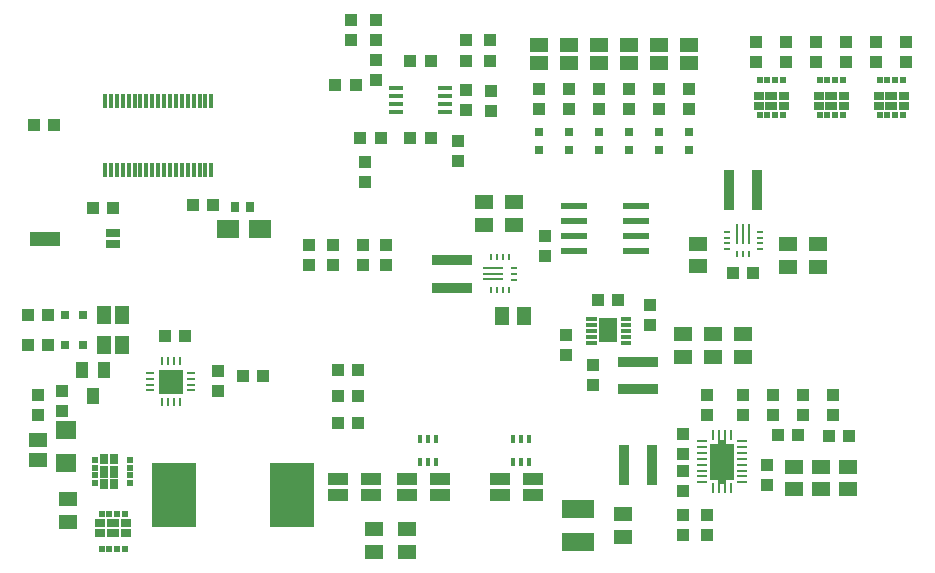
<source format=gtp>
G75*
%MOIN*%
%OFA0B0*%
%FSLAX25Y25*%
%IPPOS*%
%LPD*%
%AMOC8*
5,1,8,0,0,1.08239X$1,22.5*
%
%ADD10R,0.01181X0.04724*%
%ADD11R,0.08661X0.02362*%
%ADD12R,0.01100X0.03100*%
%ADD13R,0.03100X0.01100*%
%ADD14R,0.08400X0.08400*%
%ADD15R,0.07000X0.00900*%
%ADD16R,0.00900X0.02400*%
%ADD17R,0.02400X0.00900*%
%ADD18R,0.05118X0.05906*%
%ADD19R,0.05906X0.05118*%
%ADD20R,0.04331X0.03937*%
%ADD21R,0.06299X0.08465*%
%ADD22C,0.00011*%
%ADD23R,0.13200X0.03800*%
%ADD24R,0.03937X0.04331*%
%ADD25R,0.03150X0.03150*%
%ADD26R,0.06300X0.04600*%
%ADD27R,0.00900X0.07000*%
%ADD28R,0.03800X0.13200*%
%ADD29R,0.04724X0.01181*%
%ADD30R,0.01181X0.02953*%
%ADD31R,0.06800X0.04330*%
%ADD32R,0.07677X0.05906*%
%ADD33R,0.02756X0.03543*%
%ADD34R,0.05000X0.02500*%
%ADD35R,0.10000X0.05000*%
%ADD36R,0.01102X0.03346*%
%ADD37R,0.03346X0.01102*%
%ADD38R,0.08071X0.12008*%
%ADD39R,0.00906X0.04528*%
%ADD40R,0.03071X0.15157*%
%ADD41R,0.15157X0.21654*%
%ADD42R,0.02200X0.02000*%
%ADD43R,0.03000X0.03500*%
%ADD44R,0.03000X0.04000*%
%ADD45R,0.02000X0.02200*%
%ADD46R,0.03500X0.03000*%
%ADD47R,0.04000X0.03000*%
%ADD48R,0.04600X0.06300*%
%ADD49R,0.10630X0.06299*%
%ADD50R,0.03937X0.05512*%
%ADD51R,0.07098X0.06299*%
D10*
X0059386Y0151069D03*
X0061355Y0151069D03*
X0063323Y0151069D03*
X0065292Y0151069D03*
X0067260Y0151069D03*
X0069229Y0151069D03*
X0071197Y0151069D03*
X0073166Y0151069D03*
X0075134Y0151069D03*
X0077103Y0151069D03*
X0079071Y0151069D03*
X0081040Y0151069D03*
X0083008Y0151069D03*
X0084977Y0151069D03*
X0086945Y0151069D03*
X0088914Y0151069D03*
X0090882Y0151069D03*
X0092851Y0151069D03*
X0094819Y0151069D03*
X0094819Y0173904D03*
X0092851Y0173904D03*
X0090882Y0173904D03*
X0088914Y0173904D03*
X0086945Y0173904D03*
X0084977Y0173904D03*
X0083008Y0173904D03*
X0081040Y0173904D03*
X0079071Y0173904D03*
X0077103Y0173904D03*
X0075134Y0173904D03*
X0073166Y0173904D03*
X0071197Y0173904D03*
X0069229Y0173904D03*
X0067260Y0173904D03*
X0065292Y0173904D03*
X0063323Y0173904D03*
X0061355Y0173904D03*
X0059386Y0173904D03*
D11*
X0215764Y0138806D03*
X0215764Y0133806D03*
X0215764Y0128806D03*
X0215764Y0123806D03*
X0236237Y0123806D03*
X0236237Y0128806D03*
X0236237Y0133806D03*
X0236237Y0138806D03*
D12*
X0084229Y0087329D03*
X0082260Y0087329D03*
X0080292Y0087329D03*
X0078323Y0087329D03*
X0078323Y0073550D03*
X0080292Y0073550D03*
X0082260Y0073550D03*
X0084229Y0073550D03*
D13*
X0088166Y0077486D03*
X0088166Y0079455D03*
X0088166Y0081424D03*
X0088166Y0083393D03*
X0074386Y0083393D03*
X0074386Y0081424D03*
X0074386Y0079455D03*
X0074386Y0077486D03*
D14*
X0081276Y0080439D03*
D15*
X0188855Y0114495D03*
X0188855Y0116424D03*
X0188855Y0118353D03*
D16*
X0188087Y0121935D03*
X0190056Y0121935D03*
X0192024Y0121935D03*
X0193993Y0121935D03*
X0193993Y0110912D03*
X0192024Y0110912D03*
X0190056Y0110912D03*
X0188087Y0110912D03*
X0270134Y0122959D03*
X0272103Y0122959D03*
X0274071Y0122959D03*
D17*
X0277615Y0124534D03*
X0277615Y0126502D03*
X0277615Y0128471D03*
X0277615Y0130439D03*
X0266591Y0130439D03*
X0266591Y0128471D03*
X0266591Y0126502D03*
X0266591Y0124534D03*
X0195567Y0118392D03*
X0195567Y0116424D03*
X0195567Y0114455D03*
D18*
X0199150Y0102408D03*
X0191670Y0102408D03*
D19*
X0047103Y0033746D03*
X0047103Y0041227D03*
X0037103Y0054140D03*
X0037103Y0060833D03*
X0148914Y0031227D03*
X0159977Y0031227D03*
X0159977Y0023746D03*
X0148914Y0023746D03*
X0232103Y0028746D03*
X0232103Y0036227D03*
X0289150Y0044652D03*
X0298166Y0044652D03*
X0307182Y0044652D03*
X0307182Y0052132D03*
X0298166Y0052132D03*
X0289150Y0052132D03*
X0272103Y0088746D03*
X0272103Y0096227D03*
X0262103Y0096227D03*
X0262103Y0088746D03*
X0252103Y0088746D03*
X0252103Y0096227D03*
X0287103Y0118746D03*
X0297103Y0118746D03*
X0297103Y0126227D03*
X0287103Y0126227D03*
X0257103Y0126463D03*
X0257103Y0118983D03*
X0195567Y0132762D03*
X0185646Y0132762D03*
X0185646Y0140243D03*
X0195567Y0140243D03*
D20*
X0205922Y0128904D03*
X0205922Y0122211D03*
X0223756Y0107487D03*
X0230449Y0107487D03*
X0241119Y0105912D03*
X0241119Y0099219D03*
X0213166Y0096109D03*
X0213166Y0089416D03*
X0252103Y0062880D03*
X0252103Y0056187D03*
X0272103Y0069140D03*
X0272103Y0075833D03*
X0302103Y0075833D03*
X0302103Y0069140D03*
X0177040Y0153825D03*
X0177040Y0160518D03*
X0188083Y0170558D03*
X0179540Y0170951D03*
X0179540Y0177644D03*
X0188083Y0177250D03*
X0179540Y0187451D03*
X0179540Y0194144D03*
X0167886Y0187298D03*
X0161193Y0187298D03*
X0149540Y0187644D03*
X0149540Y0194180D03*
X0149540Y0200872D03*
X0149540Y0180951D03*
X0145882Y0153628D03*
X0145882Y0146935D03*
X0153087Y0126069D03*
X0153087Y0119376D03*
X0127497Y0119376D03*
X0127497Y0126069D03*
X0095410Y0139471D03*
X0088717Y0139471D03*
X0061945Y0138471D03*
X0055252Y0138471D03*
X0079308Y0095518D03*
X0086000Y0095518D03*
X0136945Y0066621D03*
X0143638Y0066621D03*
X0204150Y0171266D03*
X0204150Y0177959D03*
X0214150Y0177959D03*
X0214150Y0171266D03*
X0224150Y0171266D03*
X0224150Y0177959D03*
X0234150Y0177959D03*
X0234150Y0171266D03*
X0244150Y0171266D03*
X0254150Y0171266D03*
X0254150Y0177959D03*
X0244150Y0177959D03*
X0276473Y0186817D03*
X0276473Y0193510D03*
X0286473Y0193510D03*
X0286473Y0186817D03*
X0296473Y0186817D03*
X0296473Y0193510D03*
X0306473Y0193510D03*
X0306473Y0186817D03*
X0316473Y0186817D03*
X0316473Y0193510D03*
X0326473Y0193510D03*
X0326473Y0186817D03*
D21*
X0227103Y0097487D03*
D22*
X0231242Y0098033D02*
X0234480Y0098033D01*
X0234480Y0096941D01*
X0231242Y0096941D01*
X0231242Y0098033D01*
X0231242Y0096951D02*
X0234480Y0096951D01*
X0234480Y0096961D02*
X0231242Y0096961D01*
X0231242Y0096971D02*
X0234480Y0096971D01*
X0234480Y0096981D02*
X0231242Y0096981D01*
X0231242Y0096991D02*
X0234480Y0096991D01*
X0234480Y0097001D02*
X0231242Y0097001D01*
X0231242Y0097011D02*
X0234480Y0097011D01*
X0234480Y0097021D02*
X0231242Y0097021D01*
X0231242Y0097031D02*
X0234480Y0097031D01*
X0234480Y0097041D02*
X0231242Y0097041D01*
X0231242Y0097051D02*
X0234480Y0097051D01*
X0234480Y0097061D02*
X0231242Y0097061D01*
X0231242Y0097071D02*
X0234480Y0097071D01*
X0234480Y0097081D02*
X0231242Y0097081D01*
X0231242Y0097091D02*
X0234480Y0097091D01*
X0234480Y0097101D02*
X0231242Y0097101D01*
X0231242Y0097111D02*
X0234480Y0097111D01*
X0234480Y0097121D02*
X0231242Y0097121D01*
X0231242Y0097131D02*
X0234480Y0097131D01*
X0234480Y0097141D02*
X0231242Y0097141D01*
X0231242Y0097151D02*
X0234480Y0097151D01*
X0234480Y0097161D02*
X0231242Y0097161D01*
X0231242Y0097171D02*
X0234480Y0097171D01*
X0234480Y0097181D02*
X0231242Y0097181D01*
X0231242Y0097191D02*
X0234480Y0097191D01*
X0234480Y0097201D02*
X0231242Y0097201D01*
X0231242Y0097211D02*
X0234480Y0097211D01*
X0234480Y0097221D02*
X0231242Y0097221D01*
X0231242Y0097231D02*
X0234480Y0097231D01*
X0234480Y0097241D02*
X0231242Y0097241D01*
X0231242Y0097251D02*
X0234480Y0097251D01*
X0234480Y0097261D02*
X0231242Y0097261D01*
X0231242Y0097271D02*
X0234480Y0097271D01*
X0234480Y0097281D02*
X0231242Y0097281D01*
X0231242Y0097291D02*
X0234480Y0097291D01*
X0234480Y0097301D02*
X0231242Y0097301D01*
X0231242Y0097311D02*
X0234480Y0097311D01*
X0234480Y0097321D02*
X0231242Y0097321D01*
X0231242Y0097331D02*
X0234480Y0097331D01*
X0234480Y0097341D02*
X0231242Y0097341D01*
X0231242Y0097351D02*
X0234480Y0097351D01*
X0234480Y0097361D02*
X0231242Y0097361D01*
X0231242Y0097371D02*
X0234480Y0097371D01*
X0234480Y0097381D02*
X0231242Y0097381D01*
X0231242Y0097391D02*
X0234480Y0097391D01*
X0234480Y0097401D02*
X0231242Y0097401D01*
X0231242Y0097411D02*
X0234480Y0097411D01*
X0234480Y0097421D02*
X0231242Y0097421D01*
X0231242Y0097431D02*
X0234480Y0097431D01*
X0234480Y0097441D02*
X0231242Y0097441D01*
X0231242Y0097451D02*
X0234480Y0097451D01*
X0234480Y0097461D02*
X0231242Y0097461D01*
X0231242Y0097471D02*
X0234480Y0097471D01*
X0234480Y0097481D02*
X0231242Y0097481D01*
X0231242Y0097491D02*
X0234480Y0097491D01*
X0234480Y0097501D02*
X0231242Y0097501D01*
X0231242Y0097511D02*
X0234480Y0097511D01*
X0234480Y0097521D02*
X0231242Y0097521D01*
X0231242Y0097531D02*
X0234480Y0097531D01*
X0234480Y0097541D02*
X0231242Y0097541D01*
X0231242Y0097551D02*
X0234480Y0097551D01*
X0234480Y0097561D02*
X0231242Y0097561D01*
X0231242Y0097571D02*
X0234480Y0097571D01*
X0234480Y0097581D02*
X0231242Y0097581D01*
X0231242Y0097591D02*
X0234480Y0097591D01*
X0234480Y0097601D02*
X0231242Y0097601D01*
X0231242Y0097611D02*
X0234480Y0097611D01*
X0234480Y0097621D02*
X0231242Y0097621D01*
X0231242Y0097631D02*
X0234480Y0097631D01*
X0234480Y0097641D02*
X0231242Y0097641D01*
X0231242Y0097651D02*
X0234480Y0097651D01*
X0234480Y0097661D02*
X0231242Y0097661D01*
X0231242Y0097671D02*
X0234480Y0097671D01*
X0234480Y0097681D02*
X0231242Y0097681D01*
X0231242Y0097691D02*
X0234480Y0097691D01*
X0234480Y0097701D02*
X0231242Y0097701D01*
X0231242Y0097711D02*
X0234480Y0097711D01*
X0234480Y0097721D02*
X0231242Y0097721D01*
X0231242Y0097731D02*
X0234480Y0097731D01*
X0234480Y0097741D02*
X0231242Y0097741D01*
X0231242Y0097751D02*
X0234480Y0097751D01*
X0234480Y0097761D02*
X0231242Y0097761D01*
X0231242Y0097771D02*
X0234480Y0097771D01*
X0234480Y0097781D02*
X0231242Y0097781D01*
X0231242Y0097791D02*
X0234480Y0097791D01*
X0234480Y0097801D02*
X0231242Y0097801D01*
X0231242Y0097811D02*
X0234480Y0097811D01*
X0234480Y0097821D02*
X0231242Y0097821D01*
X0231242Y0097831D02*
X0234480Y0097831D01*
X0234480Y0097841D02*
X0231242Y0097841D01*
X0231242Y0097851D02*
X0234480Y0097851D01*
X0234480Y0097861D02*
X0231242Y0097861D01*
X0231242Y0097871D02*
X0234480Y0097871D01*
X0234480Y0097881D02*
X0231242Y0097881D01*
X0231242Y0097891D02*
X0234480Y0097891D01*
X0234480Y0097901D02*
X0231242Y0097901D01*
X0231242Y0097911D02*
X0234480Y0097911D01*
X0234480Y0097921D02*
X0231242Y0097921D01*
X0231242Y0097931D02*
X0234480Y0097931D01*
X0234480Y0097941D02*
X0231242Y0097941D01*
X0231242Y0097951D02*
X0234480Y0097951D01*
X0234480Y0097961D02*
X0231242Y0097961D01*
X0231242Y0097971D02*
X0234480Y0097971D01*
X0234480Y0097981D02*
X0231242Y0097981D01*
X0231242Y0097991D02*
X0234480Y0097991D01*
X0234480Y0098001D02*
X0231242Y0098001D01*
X0231242Y0098011D02*
X0234480Y0098011D01*
X0234480Y0098021D02*
X0231242Y0098021D01*
X0231242Y0098031D02*
X0234480Y0098031D01*
X0234480Y0100001D02*
X0231242Y0100001D01*
X0234480Y0100001D02*
X0234480Y0098909D01*
X0231242Y0098909D01*
X0231242Y0100001D01*
X0231242Y0098919D02*
X0234480Y0098919D01*
X0234480Y0098929D02*
X0231242Y0098929D01*
X0231242Y0098939D02*
X0234480Y0098939D01*
X0234480Y0098949D02*
X0231242Y0098949D01*
X0231242Y0098959D02*
X0234480Y0098959D01*
X0234480Y0098969D02*
X0231242Y0098969D01*
X0231242Y0098979D02*
X0234480Y0098979D01*
X0234480Y0098989D02*
X0231242Y0098989D01*
X0231242Y0098999D02*
X0234480Y0098999D01*
X0234480Y0099009D02*
X0231242Y0099009D01*
X0231242Y0099019D02*
X0234480Y0099019D01*
X0234480Y0099029D02*
X0231242Y0099029D01*
X0231242Y0099039D02*
X0234480Y0099039D01*
X0234480Y0099049D02*
X0231242Y0099049D01*
X0231242Y0099059D02*
X0234480Y0099059D01*
X0234480Y0099069D02*
X0231242Y0099069D01*
X0231242Y0099079D02*
X0234480Y0099079D01*
X0234480Y0099089D02*
X0231242Y0099089D01*
X0231242Y0099099D02*
X0234480Y0099099D01*
X0234480Y0099109D02*
X0231242Y0099109D01*
X0231242Y0099119D02*
X0234480Y0099119D01*
X0234480Y0099129D02*
X0231242Y0099129D01*
X0231242Y0099139D02*
X0234480Y0099139D01*
X0234480Y0099149D02*
X0231242Y0099149D01*
X0231242Y0099159D02*
X0234480Y0099159D01*
X0234480Y0099169D02*
X0231242Y0099169D01*
X0231242Y0099179D02*
X0234480Y0099179D01*
X0234480Y0099189D02*
X0231242Y0099189D01*
X0231242Y0099199D02*
X0234480Y0099199D01*
X0234480Y0099209D02*
X0231242Y0099209D01*
X0231242Y0099219D02*
X0234480Y0099219D01*
X0234480Y0099229D02*
X0231242Y0099229D01*
X0231242Y0099239D02*
X0234480Y0099239D01*
X0234480Y0099249D02*
X0231242Y0099249D01*
X0231242Y0099259D02*
X0234480Y0099259D01*
X0234480Y0099269D02*
X0231242Y0099269D01*
X0231242Y0099279D02*
X0234480Y0099279D01*
X0234480Y0099289D02*
X0231242Y0099289D01*
X0231242Y0099299D02*
X0234480Y0099299D01*
X0234480Y0099309D02*
X0231242Y0099309D01*
X0231242Y0099319D02*
X0234480Y0099319D01*
X0234480Y0099329D02*
X0231242Y0099329D01*
X0231242Y0099339D02*
X0234480Y0099339D01*
X0234480Y0099349D02*
X0231242Y0099349D01*
X0231242Y0099359D02*
X0234480Y0099359D01*
X0234480Y0099369D02*
X0231242Y0099369D01*
X0231242Y0099379D02*
X0234480Y0099379D01*
X0234480Y0099389D02*
X0231242Y0099389D01*
X0231242Y0099399D02*
X0234480Y0099399D01*
X0234480Y0099409D02*
X0231242Y0099409D01*
X0231242Y0099419D02*
X0234480Y0099419D01*
X0234480Y0099429D02*
X0231242Y0099429D01*
X0231242Y0099439D02*
X0234480Y0099439D01*
X0234480Y0099449D02*
X0231242Y0099449D01*
X0231242Y0099459D02*
X0234480Y0099459D01*
X0234480Y0099469D02*
X0231242Y0099469D01*
X0231242Y0099479D02*
X0234480Y0099479D01*
X0234480Y0099489D02*
X0231242Y0099489D01*
X0231242Y0099499D02*
X0234480Y0099499D01*
X0234480Y0099509D02*
X0231242Y0099509D01*
X0231242Y0099519D02*
X0234480Y0099519D01*
X0234480Y0099529D02*
X0231242Y0099529D01*
X0231242Y0099539D02*
X0234480Y0099539D01*
X0234480Y0099549D02*
X0231242Y0099549D01*
X0231242Y0099559D02*
X0234480Y0099559D01*
X0234480Y0099569D02*
X0231242Y0099569D01*
X0231242Y0099579D02*
X0234480Y0099579D01*
X0234480Y0099589D02*
X0231242Y0099589D01*
X0231242Y0099599D02*
X0234480Y0099599D01*
X0234480Y0099609D02*
X0231242Y0099609D01*
X0231242Y0099619D02*
X0234480Y0099619D01*
X0234480Y0099629D02*
X0231242Y0099629D01*
X0231242Y0099639D02*
X0234480Y0099639D01*
X0234480Y0099649D02*
X0231242Y0099649D01*
X0231242Y0099659D02*
X0234480Y0099659D01*
X0234480Y0099669D02*
X0231242Y0099669D01*
X0231242Y0099679D02*
X0234480Y0099679D01*
X0234480Y0099689D02*
X0231242Y0099689D01*
X0231242Y0099699D02*
X0234480Y0099699D01*
X0234480Y0099709D02*
X0231242Y0099709D01*
X0231242Y0099719D02*
X0234480Y0099719D01*
X0234480Y0099729D02*
X0231242Y0099729D01*
X0231242Y0099739D02*
X0234480Y0099739D01*
X0234480Y0099749D02*
X0231242Y0099749D01*
X0231242Y0099759D02*
X0234480Y0099759D01*
X0234480Y0099769D02*
X0231242Y0099769D01*
X0231242Y0099779D02*
X0234480Y0099779D01*
X0234480Y0099789D02*
X0231242Y0099789D01*
X0231242Y0099799D02*
X0234480Y0099799D01*
X0234480Y0099809D02*
X0231242Y0099809D01*
X0231242Y0099819D02*
X0234480Y0099819D01*
X0234480Y0099829D02*
X0231242Y0099829D01*
X0231242Y0099839D02*
X0234480Y0099839D01*
X0234480Y0099849D02*
X0231242Y0099849D01*
X0231242Y0099859D02*
X0234480Y0099859D01*
X0234480Y0099869D02*
X0231242Y0099869D01*
X0231242Y0099879D02*
X0234480Y0099879D01*
X0234480Y0099889D02*
X0231242Y0099889D01*
X0231242Y0099899D02*
X0234480Y0099899D01*
X0234480Y0099909D02*
X0231242Y0099909D01*
X0231242Y0099919D02*
X0234480Y0099919D01*
X0234480Y0099929D02*
X0231242Y0099929D01*
X0231242Y0099939D02*
X0234480Y0099939D01*
X0234480Y0099949D02*
X0231242Y0099949D01*
X0231242Y0099959D02*
X0234480Y0099959D01*
X0234480Y0099969D02*
X0231242Y0099969D01*
X0231242Y0099979D02*
X0234480Y0099979D01*
X0234480Y0099989D02*
X0231242Y0099989D01*
X0231242Y0099999D02*
X0234480Y0099999D01*
X0234480Y0101970D02*
X0231242Y0101970D01*
X0234480Y0101970D02*
X0234480Y0100878D01*
X0231242Y0100878D01*
X0231242Y0101970D01*
X0231242Y0100888D02*
X0234480Y0100888D01*
X0234480Y0100898D02*
X0231242Y0100898D01*
X0231242Y0100908D02*
X0234480Y0100908D01*
X0234480Y0100918D02*
X0231242Y0100918D01*
X0231242Y0100928D02*
X0234480Y0100928D01*
X0234480Y0100938D02*
X0231242Y0100938D01*
X0231242Y0100948D02*
X0234480Y0100948D01*
X0234480Y0100958D02*
X0231242Y0100958D01*
X0231242Y0100968D02*
X0234480Y0100968D01*
X0234480Y0100978D02*
X0231242Y0100978D01*
X0231242Y0100988D02*
X0234480Y0100988D01*
X0234480Y0100998D02*
X0231242Y0100998D01*
X0231242Y0101008D02*
X0234480Y0101008D01*
X0234480Y0101018D02*
X0231242Y0101018D01*
X0231242Y0101028D02*
X0234480Y0101028D01*
X0234480Y0101038D02*
X0231242Y0101038D01*
X0231242Y0101048D02*
X0234480Y0101048D01*
X0234480Y0101058D02*
X0231242Y0101058D01*
X0231242Y0101068D02*
X0234480Y0101068D01*
X0234480Y0101078D02*
X0231242Y0101078D01*
X0231242Y0101088D02*
X0234480Y0101088D01*
X0234480Y0101098D02*
X0231242Y0101098D01*
X0231242Y0101108D02*
X0234480Y0101108D01*
X0234480Y0101118D02*
X0231242Y0101118D01*
X0231242Y0101128D02*
X0234480Y0101128D01*
X0234480Y0101138D02*
X0231242Y0101138D01*
X0231242Y0101148D02*
X0234480Y0101148D01*
X0234480Y0101158D02*
X0231242Y0101158D01*
X0231242Y0101168D02*
X0234480Y0101168D01*
X0234480Y0101178D02*
X0231242Y0101178D01*
X0231242Y0101188D02*
X0234480Y0101188D01*
X0234480Y0101198D02*
X0231242Y0101198D01*
X0231242Y0101208D02*
X0234480Y0101208D01*
X0234480Y0101218D02*
X0231242Y0101218D01*
X0231242Y0101228D02*
X0234480Y0101228D01*
X0234480Y0101238D02*
X0231242Y0101238D01*
X0231242Y0101248D02*
X0234480Y0101248D01*
X0234480Y0101258D02*
X0231242Y0101258D01*
X0231242Y0101268D02*
X0234480Y0101268D01*
X0234480Y0101278D02*
X0231242Y0101278D01*
X0231242Y0101288D02*
X0234480Y0101288D01*
X0234480Y0101298D02*
X0231242Y0101298D01*
X0231242Y0101308D02*
X0234480Y0101308D01*
X0234480Y0101318D02*
X0231242Y0101318D01*
X0231242Y0101328D02*
X0234480Y0101328D01*
X0234480Y0101338D02*
X0231242Y0101338D01*
X0231242Y0101348D02*
X0234480Y0101348D01*
X0234480Y0101358D02*
X0231242Y0101358D01*
X0231242Y0101368D02*
X0234480Y0101368D01*
X0234480Y0101378D02*
X0231242Y0101378D01*
X0231242Y0101388D02*
X0234480Y0101388D01*
X0234480Y0101398D02*
X0231242Y0101398D01*
X0231242Y0101408D02*
X0234480Y0101408D01*
X0234480Y0101418D02*
X0231242Y0101418D01*
X0231242Y0101428D02*
X0234480Y0101428D01*
X0234480Y0101438D02*
X0231242Y0101438D01*
X0231242Y0101448D02*
X0234480Y0101448D01*
X0234480Y0101458D02*
X0231242Y0101458D01*
X0231242Y0101468D02*
X0234480Y0101468D01*
X0234480Y0101478D02*
X0231242Y0101478D01*
X0231242Y0101488D02*
X0234480Y0101488D01*
X0234480Y0101498D02*
X0231242Y0101498D01*
X0231242Y0101508D02*
X0234480Y0101508D01*
X0234480Y0101518D02*
X0231242Y0101518D01*
X0231242Y0101528D02*
X0234480Y0101528D01*
X0234480Y0101538D02*
X0231242Y0101538D01*
X0231242Y0101548D02*
X0234480Y0101548D01*
X0234480Y0101558D02*
X0231242Y0101558D01*
X0231242Y0101568D02*
X0234480Y0101568D01*
X0234480Y0101578D02*
X0231242Y0101578D01*
X0231242Y0101588D02*
X0234480Y0101588D01*
X0234480Y0101598D02*
X0231242Y0101598D01*
X0231242Y0101608D02*
X0234480Y0101608D01*
X0234480Y0101618D02*
X0231242Y0101618D01*
X0231242Y0101628D02*
X0234480Y0101628D01*
X0234480Y0101638D02*
X0231242Y0101638D01*
X0231242Y0101648D02*
X0234480Y0101648D01*
X0234480Y0101658D02*
X0231242Y0101658D01*
X0231242Y0101668D02*
X0234480Y0101668D01*
X0234480Y0101678D02*
X0231242Y0101678D01*
X0231242Y0101688D02*
X0234480Y0101688D01*
X0234480Y0101698D02*
X0231242Y0101698D01*
X0231242Y0101708D02*
X0234480Y0101708D01*
X0234480Y0101718D02*
X0231242Y0101718D01*
X0231242Y0101728D02*
X0234480Y0101728D01*
X0234480Y0101738D02*
X0231242Y0101738D01*
X0231242Y0101748D02*
X0234480Y0101748D01*
X0234480Y0101758D02*
X0231242Y0101758D01*
X0231242Y0101768D02*
X0234480Y0101768D01*
X0234480Y0101778D02*
X0231242Y0101778D01*
X0231242Y0101788D02*
X0234480Y0101788D01*
X0234480Y0101798D02*
X0231242Y0101798D01*
X0231242Y0101808D02*
X0234480Y0101808D01*
X0234480Y0101818D02*
X0231242Y0101818D01*
X0231242Y0101828D02*
X0234480Y0101828D01*
X0234480Y0101838D02*
X0231242Y0101838D01*
X0231242Y0101848D02*
X0234480Y0101848D01*
X0234480Y0101858D02*
X0231242Y0101858D01*
X0231242Y0101868D02*
X0234480Y0101868D01*
X0234480Y0101878D02*
X0231242Y0101878D01*
X0231242Y0101888D02*
X0234480Y0101888D01*
X0234480Y0101898D02*
X0231242Y0101898D01*
X0231242Y0101908D02*
X0234480Y0101908D01*
X0234480Y0101918D02*
X0231242Y0101918D01*
X0231242Y0101928D02*
X0234480Y0101928D01*
X0234480Y0101938D02*
X0231242Y0101938D01*
X0231242Y0101948D02*
X0234480Y0101948D01*
X0234480Y0101958D02*
X0231242Y0101958D01*
X0231242Y0101968D02*
X0234480Y0101968D01*
X0234480Y0096064D02*
X0231242Y0096064D01*
X0234480Y0096064D02*
X0234480Y0094972D01*
X0231242Y0094972D01*
X0231242Y0096064D01*
X0231242Y0094982D02*
X0234480Y0094982D01*
X0234480Y0094992D02*
X0231242Y0094992D01*
X0231242Y0095002D02*
X0234480Y0095002D01*
X0234480Y0095012D02*
X0231242Y0095012D01*
X0231242Y0095022D02*
X0234480Y0095022D01*
X0234480Y0095032D02*
X0231242Y0095032D01*
X0231242Y0095042D02*
X0234480Y0095042D01*
X0234480Y0095052D02*
X0231242Y0095052D01*
X0231242Y0095062D02*
X0234480Y0095062D01*
X0234480Y0095072D02*
X0231242Y0095072D01*
X0231242Y0095082D02*
X0234480Y0095082D01*
X0234480Y0095092D02*
X0231242Y0095092D01*
X0231242Y0095102D02*
X0234480Y0095102D01*
X0234480Y0095112D02*
X0231242Y0095112D01*
X0231242Y0095122D02*
X0234480Y0095122D01*
X0234480Y0095132D02*
X0231242Y0095132D01*
X0231242Y0095142D02*
X0234480Y0095142D01*
X0234480Y0095152D02*
X0231242Y0095152D01*
X0231242Y0095162D02*
X0234480Y0095162D01*
X0234480Y0095172D02*
X0231242Y0095172D01*
X0231242Y0095182D02*
X0234480Y0095182D01*
X0234480Y0095192D02*
X0231242Y0095192D01*
X0231242Y0095202D02*
X0234480Y0095202D01*
X0234480Y0095212D02*
X0231242Y0095212D01*
X0231242Y0095222D02*
X0234480Y0095222D01*
X0234480Y0095232D02*
X0231242Y0095232D01*
X0231242Y0095242D02*
X0234480Y0095242D01*
X0234480Y0095252D02*
X0231242Y0095252D01*
X0231242Y0095262D02*
X0234480Y0095262D01*
X0234480Y0095272D02*
X0231242Y0095272D01*
X0231242Y0095282D02*
X0234480Y0095282D01*
X0234480Y0095292D02*
X0231242Y0095292D01*
X0231242Y0095302D02*
X0234480Y0095302D01*
X0234480Y0095312D02*
X0231242Y0095312D01*
X0231242Y0095322D02*
X0234480Y0095322D01*
X0234480Y0095332D02*
X0231242Y0095332D01*
X0231242Y0095342D02*
X0234480Y0095342D01*
X0234480Y0095352D02*
X0231242Y0095352D01*
X0231242Y0095362D02*
X0234480Y0095362D01*
X0234480Y0095372D02*
X0231242Y0095372D01*
X0231242Y0095382D02*
X0234480Y0095382D01*
X0234480Y0095392D02*
X0231242Y0095392D01*
X0231242Y0095402D02*
X0234480Y0095402D01*
X0234480Y0095412D02*
X0231242Y0095412D01*
X0231242Y0095422D02*
X0234480Y0095422D01*
X0234480Y0095432D02*
X0231242Y0095432D01*
X0231242Y0095442D02*
X0234480Y0095442D01*
X0234480Y0095452D02*
X0231242Y0095452D01*
X0231242Y0095462D02*
X0234480Y0095462D01*
X0234480Y0095472D02*
X0231242Y0095472D01*
X0231242Y0095482D02*
X0234480Y0095482D01*
X0234480Y0095492D02*
X0231242Y0095492D01*
X0231242Y0095502D02*
X0234480Y0095502D01*
X0234480Y0095512D02*
X0231242Y0095512D01*
X0231242Y0095522D02*
X0234480Y0095522D01*
X0234480Y0095532D02*
X0231242Y0095532D01*
X0231242Y0095542D02*
X0234480Y0095542D01*
X0234480Y0095552D02*
X0231242Y0095552D01*
X0231242Y0095562D02*
X0234480Y0095562D01*
X0234480Y0095572D02*
X0231242Y0095572D01*
X0231242Y0095582D02*
X0234480Y0095582D01*
X0234480Y0095592D02*
X0231242Y0095592D01*
X0231242Y0095602D02*
X0234480Y0095602D01*
X0234480Y0095612D02*
X0231242Y0095612D01*
X0231242Y0095622D02*
X0234480Y0095622D01*
X0234480Y0095632D02*
X0231242Y0095632D01*
X0231242Y0095642D02*
X0234480Y0095642D01*
X0234480Y0095652D02*
X0231242Y0095652D01*
X0231242Y0095662D02*
X0234480Y0095662D01*
X0234480Y0095672D02*
X0231242Y0095672D01*
X0231242Y0095682D02*
X0234480Y0095682D01*
X0234480Y0095692D02*
X0231242Y0095692D01*
X0231242Y0095702D02*
X0234480Y0095702D01*
X0234480Y0095712D02*
X0231242Y0095712D01*
X0231242Y0095722D02*
X0234480Y0095722D01*
X0234480Y0095732D02*
X0231242Y0095732D01*
X0231242Y0095742D02*
X0234480Y0095742D01*
X0234480Y0095752D02*
X0231242Y0095752D01*
X0231242Y0095762D02*
X0234480Y0095762D01*
X0234480Y0095772D02*
X0231242Y0095772D01*
X0231242Y0095782D02*
X0234480Y0095782D01*
X0234480Y0095792D02*
X0231242Y0095792D01*
X0231242Y0095802D02*
X0234480Y0095802D01*
X0234480Y0095812D02*
X0231242Y0095812D01*
X0231242Y0095822D02*
X0234480Y0095822D01*
X0234480Y0095832D02*
X0231242Y0095832D01*
X0231242Y0095842D02*
X0234480Y0095842D01*
X0234480Y0095852D02*
X0231242Y0095852D01*
X0231242Y0095862D02*
X0234480Y0095862D01*
X0234480Y0095872D02*
X0231242Y0095872D01*
X0231242Y0095882D02*
X0234480Y0095882D01*
X0234480Y0095892D02*
X0231242Y0095892D01*
X0231242Y0095902D02*
X0234480Y0095902D01*
X0234480Y0095912D02*
X0231242Y0095912D01*
X0231242Y0095922D02*
X0234480Y0095922D01*
X0234480Y0095932D02*
X0231242Y0095932D01*
X0231242Y0095942D02*
X0234480Y0095942D01*
X0234480Y0095952D02*
X0231242Y0095952D01*
X0231242Y0095962D02*
X0234480Y0095962D01*
X0234480Y0095972D02*
X0231242Y0095972D01*
X0231242Y0095982D02*
X0234480Y0095982D01*
X0234480Y0095992D02*
X0231242Y0095992D01*
X0231242Y0096002D02*
X0234480Y0096002D01*
X0234480Y0096012D02*
X0231242Y0096012D01*
X0231242Y0096022D02*
X0234480Y0096022D01*
X0234480Y0096032D02*
X0231242Y0096032D01*
X0231242Y0096042D02*
X0234480Y0096042D01*
X0234480Y0096052D02*
X0231242Y0096052D01*
X0231242Y0096062D02*
X0234480Y0096062D01*
X0234480Y0094096D02*
X0231242Y0094096D01*
X0234480Y0094096D02*
X0234480Y0093004D01*
X0231242Y0093004D01*
X0231242Y0094096D01*
X0231242Y0093014D02*
X0234480Y0093014D01*
X0234480Y0093024D02*
X0231242Y0093024D01*
X0231242Y0093034D02*
X0234480Y0093034D01*
X0234480Y0093044D02*
X0231242Y0093044D01*
X0231242Y0093054D02*
X0234480Y0093054D01*
X0234480Y0093064D02*
X0231242Y0093064D01*
X0231242Y0093074D02*
X0234480Y0093074D01*
X0234480Y0093084D02*
X0231242Y0093084D01*
X0231242Y0093094D02*
X0234480Y0093094D01*
X0234480Y0093104D02*
X0231242Y0093104D01*
X0231242Y0093114D02*
X0234480Y0093114D01*
X0234480Y0093124D02*
X0231242Y0093124D01*
X0231242Y0093134D02*
X0234480Y0093134D01*
X0234480Y0093144D02*
X0231242Y0093144D01*
X0231242Y0093154D02*
X0234480Y0093154D01*
X0234480Y0093164D02*
X0231242Y0093164D01*
X0231242Y0093174D02*
X0234480Y0093174D01*
X0234480Y0093184D02*
X0231242Y0093184D01*
X0231242Y0093194D02*
X0234480Y0093194D01*
X0234480Y0093204D02*
X0231242Y0093204D01*
X0231242Y0093214D02*
X0234480Y0093214D01*
X0234480Y0093224D02*
X0231242Y0093224D01*
X0231242Y0093234D02*
X0234480Y0093234D01*
X0234480Y0093244D02*
X0231242Y0093244D01*
X0231242Y0093254D02*
X0234480Y0093254D01*
X0234480Y0093264D02*
X0231242Y0093264D01*
X0231242Y0093274D02*
X0234480Y0093274D01*
X0234480Y0093284D02*
X0231242Y0093284D01*
X0231242Y0093294D02*
X0234480Y0093294D01*
X0234480Y0093304D02*
X0231242Y0093304D01*
X0231242Y0093314D02*
X0234480Y0093314D01*
X0234480Y0093324D02*
X0231242Y0093324D01*
X0231242Y0093334D02*
X0234480Y0093334D01*
X0234480Y0093344D02*
X0231242Y0093344D01*
X0231242Y0093354D02*
X0234480Y0093354D01*
X0234480Y0093364D02*
X0231242Y0093364D01*
X0231242Y0093374D02*
X0234480Y0093374D01*
X0234480Y0093384D02*
X0231242Y0093384D01*
X0231242Y0093394D02*
X0234480Y0093394D01*
X0234480Y0093404D02*
X0231242Y0093404D01*
X0231242Y0093414D02*
X0234480Y0093414D01*
X0234480Y0093424D02*
X0231242Y0093424D01*
X0231242Y0093434D02*
X0234480Y0093434D01*
X0234480Y0093444D02*
X0231242Y0093444D01*
X0231242Y0093454D02*
X0234480Y0093454D01*
X0234480Y0093464D02*
X0231242Y0093464D01*
X0231242Y0093474D02*
X0234480Y0093474D01*
X0234480Y0093484D02*
X0231242Y0093484D01*
X0231242Y0093494D02*
X0234480Y0093494D01*
X0234480Y0093504D02*
X0231242Y0093504D01*
X0231242Y0093514D02*
X0234480Y0093514D01*
X0234480Y0093524D02*
X0231242Y0093524D01*
X0231242Y0093534D02*
X0234480Y0093534D01*
X0234480Y0093544D02*
X0231242Y0093544D01*
X0231242Y0093554D02*
X0234480Y0093554D01*
X0234480Y0093564D02*
X0231242Y0093564D01*
X0231242Y0093574D02*
X0234480Y0093574D01*
X0234480Y0093584D02*
X0231242Y0093584D01*
X0231242Y0093594D02*
X0234480Y0093594D01*
X0234480Y0093604D02*
X0231242Y0093604D01*
X0231242Y0093614D02*
X0234480Y0093614D01*
X0234480Y0093624D02*
X0231242Y0093624D01*
X0231242Y0093634D02*
X0234480Y0093634D01*
X0234480Y0093644D02*
X0231242Y0093644D01*
X0231242Y0093654D02*
X0234480Y0093654D01*
X0234480Y0093664D02*
X0231242Y0093664D01*
X0231242Y0093674D02*
X0234480Y0093674D01*
X0234480Y0093684D02*
X0231242Y0093684D01*
X0231242Y0093694D02*
X0234480Y0093694D01*
X0234480Y0093704D02*
X0231242Y0093704D01*
X0231242Y0093714D02*
X0234480Y0093714D01*
X0234480Y0093724D02*
X0231242Y0093724D01*
X0231242Y0093734D02*
X0234480Y0093734D01*
X0234480Y0093744D02*
X0231242Y0093744D01*
X0231242Y0093754D02*
X0234480Y0093754D01*
X0234480Y0093764D02*
X0231242Y0093764D01*
X0231242Y0093774D02*
X0234480Y0093774D01*
X0234480Y0093784D02*
X0231242Y0093784D01*
X0231242Y0093794D02*
X0234480Y0093794D01*
X0234480Y0093804D02*
X0231242Y0093804D01*
X0231242Y0093814D02*
X0234480Y0093814D01*
X0234480Y0093824D02*
X0231242Y0093824D01*
X0231242Y0093834D02*
X0234480Y0093834D01*
X0234480Y0093844D02*
X0231242Y0093844D01*
X0231242Y0093854D02*
X0234480Y0093854D01*
X0234480Y0093864D02*
X0231242Y0093864D01*
X0231242Y0093874D02*
X0234480Y0093874D01*
X0234480Y0093884D02*
X0231242Y0093884D01*
X0231242Y0093894D02*
X0234480Y0093894D01*
X0234480Y0093904D02*
X0231242Y0093904D01*
X0231242Y0093914D02*
X0234480Y0093914D01*
X0234480Y0093924D02*
X0231242Y0093924D01*
X0231242Y0093934D02*
X0234480Y0093934D01*
X0234480Y0093944D02*
X0231242Y0093944D01*
X0231242Y0093954D02*
X0234480Y0093954D01*
X0234480Y0093964D02*
X0231242Y0093964D01*
X0231242Y0093974D02*
X0234480Y0093974D01*
X0234480Y0093984D02*
X0231242Y0093984D01*
X0231242Y0093994D02*
X0234480Y0093994D01*
X0234480Y0094004D02*
X0231242Y0094004D01*
X0231242Y0094014D02*
X0234480Y0094014D01*
X0234480Y0094024D02*
X0231242Y0094024D01*
X0231242Y0094034D02*
X0234480Y0094034D01*
X0234480Y0094044D02*
X0231242Y0094044D01*
X0231242Y0094054D02*
X0234480Y0094054D01*
X0234480Y0094064D02*
X0231242Y0094064D01*
X0231242Y0094074D02*
X0234480Y0094074D01*
X0234480Y0094084D02*
X0231242Y0094084D01*
X0231242Y0094094D02*
X0234480Y0094094D01*
X0222964Y0094096D02*
X0219726Y0094096D01*
X0222964Y0094096D02*
X0222964Y0093004D01*
X0219726Y0093004D01*
X0219726Y0094096D01*
X0219726Y0093014D02*
X0222964Y0093014D01*
X0222964Y0093024D02*
X0219726Y0093024D01*
X0219726Y0093034D02*
X0222964Y0093034D01*
X0222964Y0093044D02*
X0219726Y0093044D01*
X0219726Y0093054D02*
X0222964Y0093054D01*
X0222964Y0093064D02*
X0219726Y0093064D01*
X0219726Y0093074D02*
X0222964Y0093074D01*
X0222964Y0093084D02*
X0219726Y0093084D01*
X0219726Y0093094D02*
X0222964Y0093094D01*
X0222964Y0093104D02*
X0219726Y0093104D01*
X0219726Y0093114D02*
X0222964Y0093114D01*
X0222964Y0093124D02*
X0219726Y0093124D01*
X0219726Y0093134D02*
X0222964Y0093134D01*
X0222964Y0093144D02*
X0219726Y0093144D01*
X0219726Y0093154D02*
X0222964Y0093154D01*
X0222964Y0093164D02*
X0219726Y0093164D01*
X0219726Y0093174D02*
X0222964Y0093174D01*
X0222964Y0093184D02*
X0219726Y0093184D01*
X0219726Y0093194D02*
X0222964Y0093194D01*
X0222964Y0093204D02*
X0219726Y0093204D01*
X0219726Y0093214D02*
X0222964Y0093214D01*
X0222964Y0093224D02*
X0219726Y0093224D01*
X0219726Y0093234D02*
X0222964Y0093234D01*
X0222964Y0093244D02*
X0219726Y0093244D01*
X0219726Y0093254D02*
X0222964Y0093254D01*
X0222964Y0093264D02*
X0219726Y0093264D01*
X0219726Y0093274D02*
X0222964Y0093274D01*
X0222964Y0093284D02*
X0219726Y0093284D01*
X0219726Y0093294D02*
X0222964Y0093294D01*
X0222964Y0093304D02*
X0219726Y0093304D01*
X0219726Y0093314D02*
X0222964Y0093314D01*
X0222964Y0093324D02*
X0219726Y0093324D01*
X0219726Y0093334D02*
X0222964Y0093334D01*
X0222964Y0093344D02*
X0219726Y0093344D01*
X0219726Y0093354D02*
X0222964Y0093354D01*
X0222964Y0093364D02*
X0219726Y0093364D01*
X0219726Y0093374D02*
X0222964Y0093374D01*
X0222964Y0093384D02*
X0219726Y0093384D01*
X0219726Y0093394D02*
X0222964Y0093394D01*
X0222964Y0093404D02*
X0219726Y0093404D01*
X0219726Y0093414D02*
X0222964Y0093414D01*
X0222964Y0093424D02*
X0219726Y0093424D01*
X0219726Y0093434D02*
X0222964Y0093434D01*
X0222964Y0093444D02*
X0219726Y0093444D01*
X0219726Y0093454D02*
X0222964Y0093454D01*
X0222964Y0093464D02*
X0219726Y0093464D01*
X0219726Y0093474D02*
X0222964Y0093474D01*
X0222964Y0093484D02*
X0219726Y0093484D01*
X0219726Y0093494D02*
X0222964Y0093494D01*
X0222964Y0093504D02*
X0219726Y0093504D01*
X0219726Y0093514D02*
X0222964Y0093514D01*
X0222964Y0093524D02*
X0219726Y0093524D01*
X0219726Y0093534D02*
X0222964Y0093534D01*
X0222964Y0093544D02*
X0219726Y0093544D01*
X0219726Y0093554D02*
X0222964Y0093554D01*
X0222964Y0093564D02*
X0219726Y0093564D01*
X0219726Y0093574D02*
X0222964Y0093574D01*
X0222964Y0093584D02*
X0219726Y0093584D01*
X0219726Y0093594D02*
X0222964Y0093594D01*
X0222964Y0093604D02*
X0219726Y0093604D01*
X0219726Y0093614D02*
X0222964Y0093614D01*
X0222964Y0093624D02*
X0219726Y0093624D01*
X0219726Y0093634D02*
X0222964Y0093634D01*
X0222964Y0093644D02*
X0219726Y0093644D01*
X0219726Y0093654D02*
X0222964Y0093654D01*
X0222964Y0093664D02*
X0219726Y0093664D01*
X0219726Y0093674D02*
X0222964Y0093674D01*
X0222964Y0093684D02*
X0219726Y0093684D01*
X0219726Y0093694D02*
X0222964Y0093694D01*
X0222964Y0093704D02*
X0219726Y0093704D01*
X0219726Y0093714D02*
X0222964Y0093714D01*
X0222964Y0093724D02*
X0219726Y0093724D01*
X0219726Y0093734D02*
X0222964Y0093734D01*
X0222964Y0093744D02*
X0219726Y0093744D01*
X0219726Y0093754D02*
X0222964Y0093754D01*
X0222964Y0093764D02*
X0219726Y0093764D01*
X0219726Y0093774D02*
X0222964Y0093774D01*
X0222964Y0093784D02*
X0219726Y0093784D01*
X0219726Y0093794D02*
X0222964Y0093794D01*
X0222964Y0093804D02*
X0219726Y0093804D01*
X0219726Y0093814D02*
X0222964Y0093814D01*
X0222964Y0093824D02*
X0219726Y0093824D01*
X0219726Y0093834D02*
X0222964Y0093834D01*
X0222964Y0093844D02*
X0219726Y0093844D01*
X0219726Y0093854D02*
X0222964Y0093854D01*
X0222964Y0093864D02*
X0219726Y0093864D01*
X0219726Y0093874D02*
X0222964Y0093874D01*
X0222964Y0093884D02*
X0219726Y0093884D01*
X0219726Y0093894D02*
X0222964Y0093894D01*
X0222964Y0093904D02*
X0219726Y0093904D01*
X0219726Y0093914D02*
X0222964Y0093914D01*
X0222964Y0093924D02*
X0219726Y0093924D01*
X0219726Y0093934D02*
X0222964Y0093934D01*
X0222964Y0093944D02*
X0219726Y0093944D01*
X0219726Y0093954D02*
X0222964Y0093954D01*
X0222964Y0093964D02*
X0219726Y0093964D01*
X0219726Y0093974D02*
X0222964Y0093974D01*
X0222964Y0093984D02*
X0219726Y0093984D01*
X0219726Y0093994D02*
X0222964Y0093994D01*
X0222964Y0094004D02*
X0219726Y0094004D01*
X0219726Y0094014D02*
X0222964Y0094014D01*
X0222964Y0094024D02*
X0219726Y0094024D01*
X0219726Y0094034D02*
X0222964Y0094034D01*
X0222964Y0094044D02*
X0219726Y0094044D01*
X0219726Y0094054D02*
X0222964Y0094054D01*
X0222964Y0094064D02*
X0219726Y0094064D01*
X0219726Y0094074D02*
X0222964Y0094074D01*
X0222964Y0094084D02*
X0219726Y0094084D01*
X0219726Y0094094D02*
X0222964Y0094094D01*
X0222964Y0096064D02*
X0219726Y0096064D01*
X0222964Y0096064D02*
X0222964Y0094972D01*
X0219726Y0094972D01*
X0219726Y0096064D01*
X0219726Y0094982D02*
X0222964Y0094982D01*
X0222964Y0094992D02*
X0219726Y0094992D01*
X0219726Y0095002D02*
X0222964Y0095002D01*
X0222964Y0095012D02*
X0219726Y0095012D01*
X0219726Y0095022D02*
X0222964Y0095022D01*
X0222964Y0095032D02*
X0219726Y0095032D01*
X0219726Y0095042D02*
X0222964Y0095042D01*
X0222964Y0095052D02*
X0219726Y0095052D01*
X0219726Y0095062D02*
X0222964Y0095062D01*
X0222964Y0095072D02*
X0219726Y0095072D01*
X0219726Y0095082D02*
X0222964Y0095082D01*
X0222964Y0095092D02*
X0219726Y0095092D01*
X0219726Y0095102D02*
X0222964Y0095102D01*
X0222964Y0095112D02*
X0219726Y0095112D01*
X0219726Y0095122D02*
X0222964Y0095122D01*
X0222964Y0095132D02*
X0219726Y0095132D01*
X0219726Y0095142D02*
X0222964Y0095142D01*
X0222964Y0095152D02*
X0219726Y0095152D01*
X0219726Y0095162D02*
X0222964Y0095162D01*
X0222964Y0095172D02*
X0219726Y0095172D01*
X0219726Y0095182D02*
X0222964Y0095182D01*
X0222964Y0095192D02*
X0219726Y0095192D01*
X0219726Y0095202D02*
X0222964Y0095202D01*
X0222964Y0095212D02*
X0219726Y0095212D01*
X0219726Y0095222D02*
X0222964Y0095222D01*
X0222964Y0095232D02*
X0219726Y0095232D01*
X0219726Y0095242D02*
X0222964Y0095242D01*
X0222964Y0095252D02*
X0219726Y0095252D01*
X0219726Y0095262D02*
X0222964Y0095262D01*
X0222964Y0095272D02*
X0219726Y0095272D01*
X0219726Y0095282D02*
X0222964Y0095282D01*
X0222964Y0095292D02*
X0219726Y0095292D01*
X0219726Y0095302D02*
X0222964Y0095302D01*
X0222964Y0095312D02*
X0219726Y0095312D01*
X0219726Y0095322D02*
X0222964Y0095322D01*
X0222964Y0095332D02*
X0219726Y0095332D01*
X0219726Y0095342D02*
X0222964Y0095342D01*
X0222964Y0095352D02*
X0219726Y0095352D01*
X0219726Y0095362D02*
X0222964Y0095362D01*
X0222964Y0095372D02*
X0219726Y0095372D01*
X0219726Y0095382D02*
X0222964Y0095382D01*
X0222964Y0095392D02*
X0219726Y0095392D01*
X0219726Y0095402D02*
X0222964Y0095402D01*
X0222964Y0095412D02*
X0219726Y0095412D01*
X0219726Y0095422D02*
X0222964Y0095422D01*
X0222964Y0095432D02*
X0219726Y0095432D01*
X0219726Y0095442D02*
X0222964Y0095442D01*
X0222964Y0095452D02*
X0219726Y0095452D01*
X0219726Y0095462D02*
X0222964Y0095462D01*
X0222964Y0095472D02*
X0219726Y0095472D01*
X0219726Y0095482D02*
X0222964Y0095482D01*
X0222964Y0095492D02*
X0219726Y0095492D01*
X0219726Y0095502D02*
X0222964Y0095502D01*
X0222964Y0095512D02*
X0219726Y0095512D01*
X0219726Y0095522D02*
X0222964Y0095522D01*
X0222964Y0095532D02*
X0219726Y0095532D01*
X0219726Y0095542D02*
X0222964Y0095542D01*
X0222964Y0095552D02*
X0219726Y0095552D01*
X0219726Y0095562D02*
X0222964Y0095562D01*
X0222964Y0095572D02*
X0219726Y0095572D01*
X0219726Y0095582D02*
X0222964Y0095582D01*
X0222964Y0095592D02*
X0219726Y0095592D01*
X0219726Y0095602D02*
X0222964Y0095602D01*
X0222964Y0095612D02*
X0219726Y0095612D01*
X0219726Y0095622D02*
X0222964Y0095622D01*
X0222964Y0095632D02*
X0219726Y0095632D01*
X0219726Y0095642D02*
X0222964Y0095642D01*
X0222964Y0095652D02*
X0219726Y0095652D01*
X0219726Y0095662D02*
X0222964Y0095662D01*
X0222964Y0095672D02*
X0219726Y0095672D01*
X0219726Y0095682D02*
X0222964Y0095682D01*
X0222964Y0095692D02*
X0219726Y0095692D01*
X0219726Y0095702D02*
X0222964Y0095702D01*
X0222964Y0095712D02*
X0219726Y0095712D01*
X0219726Y0095722D02*
X0222964Y0095722D01*
X0222964Y0095732D02*
X0219726Y0095732D01*
X0219726Y0095742D02*
X0222964Y0095742D01*
X0222964Y0095752D02*
X0219726Y0095752D01*
X0219726Y0095762D02*
X0222964Y0095762D01*
X0222964Y0095772D02*
X0219726Y0095772D01*
X0219726Y0095782D02*
X0222964Y0095782D01*
X0222964Y0095792D02*
X0219726Y0095792D01*
X0219726Y0095802D02*
X0222964Y0095802D01*
X0222964Y0095812D02*
X0219726Y0095812D01*
X0219726Y0095822D02*
X0222964Y0095822D01*
X0222964Y0095832D02*
X0219726Y0095832D01*
X0219726Y0095842D02*
X0222964Y0095842D01*
X0222964Y0095852D02*
X0219726Y0095852D01*
X0219726Y0095862D02*
X0222964Y0095862D01*
X0222964Y0095872D02*
X0219726Y0095872D01*
X0219726Y0095882D02*
X0222964Y0095882D01*
X0222964Y0095892D02*
X0219726Y0095892D01*
X0219726Y0095902D02*
X0222964Y0095902D01*
X0222964Y0095912D02*
X0219726Y0095912D01*
X0219726Y0095922D02*
X0222964Y0095922D01*
X0222964Y0095932D02*
X0219726Y0095932D01*
X0219726Y0095942D02*
X0222964Y0095942D01*
X0222964Y0095952D02*
X0219726Y0095952D01*
X0219726Y0095962D02*
X0222964Y0095962D01*
X0222964Y0095972D02*
X0219726Y0095972D01*
X0219726Y0095982D02*
X0222964Y0095982D01*
X0222964Y0095992D02*
X0219726Y0095992D01*
X0219726Y0096002D02*
X0222964Y0096002D01*
X0222964Y0096012D02*
X0219726Y0096012D01*
X0219726Y0096022D02*
X0222964Y0096022D01*
X0222964Y0096032D02*
X0219726Y0096032D01*
X0219726Y0096042D02*
X0222964Y0096042D01*
X0222964Y0096052D02*
X0219726Y0096052D01*
X0219726Y0096062D02*
X0222964Y0096062D01*
X0222964Y0098033D02*
X0219726Y0098033D01*
X0222964Y0098033D02*
X0222964Y0096941D01*
X0219726Y0096941D01*
X0219726Y0098033D01*
X0219726Y0096951D02*
X0222964Y0096951D01*
X0222964Y0096961D02*
X0219726Y0096961D01*
X0219726Y0096971D02*
X0222964Y0096971D01*
X0222964Y0096981D02*
X0219726Y0096981D01*
X0219726Y0096991D02*
X0222964Y0096991D01*
X0222964Y0097001D02*
X0219726Y0097001D01*
X0219726Y0097011D02*
X0222964Y0097011D01*
X0222964Y0097021D02*
X0219726Y0097021D01*
X0219726Y0097031D02*
X0222964Y0097031D01*
X0222964Y0097041D02*
X0219726Y0097041D01*
X0219726Y0097051D02*
X0222964Y0097051D01*
X0222964Y0097061D02*
X0219726Y0097061D01*
X0219726Y0097071D02*
X0222964Y0097071D01*
X0222964Y0097081D02*
X0219726Y0097081D01*
X0219726Y0097091D02*
X0222964Y0097091D01*
X0222964Y0097101D02*
X0219726Y0097101D01*
X0219726Y0097111D02*
X0222964Y0097111D01*
X0222964Y0097121D02*
X0219726Y0097121D01*
X0219726Y0097131D02*
X0222964Y0097131D01*
X0222964Y0097141D02*
X0219726Y0097141D01*
X0219726Y0097151D02*
X0222964Y0097151D01*
X0222964Y0097161D02*
X0219726Y0097161D01*
X0219726Y0097171D02*
X0222964Y0097171D01*
X0222964Y0097181D02*
X0219726Y0097181D01*
X0219726Y0097191D02*
X0222964Y0097191D01*
X0222964Y0097201D02*
X0219726Y0097201D01*
X0219726Y0097211D02*
X0222964Y0097211D01*
X0222964Y0097221D02*
X0219726Y0097221D01*
X0219726Y0097231D02*
X0222964Y0097231D01*
X0222964Y0097241D02*
X0219726Y0097241D01*
X0219726Y0097251D02*
X0222964Y0097251D01*
X0222964Y0097261D02*
X0219726Y0097261D01*
X0219726Y0097271D02*
X0222964Y0097271D01*
X0222964Y0097281D02*
X0219726Y0097281D01*
X0219726Y0097291D02*
X0222964Y0097291D01*
X0222964Y0097301D02*
X0219726Y0097301D01*
X0219726Y0097311D02*
X0222964Y0097311D01*
X0222964Y0097321D02*
X0219726Y0097321D01*
X0219726Y0097331D02*
X0222964Y0097331D01*
X0222964Y0097341D02*
X0219726Y0097341D01*
X0219726Y0097351D02*
X0222964Y0097351D01*
X0222964Y0097361D02*
X0219726Y0097361D01*
X0219726Y0097371D02*
X0222964Y0097371D01*
X0222964Y0097381D02*
X0219726Y0097381D01*
X0219726Y0097391D02*
X0222964Y0097391D01*
X0222964Y0097401D02*
X0219726Y0097401D01*
X0219726Y0097411D02*
X0222964Y0097411D01*
X0222964Y0097421D02*
X0219726Y0097421D01*
X0219726Y0097431D02*
X0222964Y0097431D01*
X0222964Y0097441D02*
X0219726Y0097441D01*
X0219726Y0097451D02*
X0222964Y0097451D01*
X0222964Y0097461D02*
X0219726Y0097461D01*
X0219726Y0097471D02*
X0222964Y0097471D01*
X0222964Y0097481D02*
X0219726Y0097481D01*
X0219726Y0097491D02*
X0222964Y0097491D01*
X0222964Y0097501D02*
X0219726Y0097501D01*
X0219726Y0097511D02*
X0222964Y0097511D01*
X0222964Y0097521D02*
X0219726Y0097521D01*
X0219726Y0097531D02*
X0222964Y0097531D01*
X0222964Y0097541D02*
X0219726Y0097541D01*
X0219726Y0097551D02*
X0222964Y0097551D01*
X0222964Y0097561D02*
X0219726Y0097561D01*
X0219726Y0097571D02*
X0222964Y0097571D01*
X0222964Y0097581D02*
X0219726Y0097581D01*
X0219726Y0097591D02*
X0222964Y0097591D01*
X0222964Y0097601D02*
X0219726Y0097601D01*
X0219726Y0097611D02*
X0222964Y0097611D01*
X0222964Y0097621D02*
X0219726Y0097621D01*
X0219726Y0097631D02*
X0222964Y0097631D01*
X0222964Y0097641D02*
X0219726Y0097641D01*
X0219726Y0097651D02*
X0222964Y0097651D01*
X0222964Y0097661D02*
X0219726Y0097661D01*
X0219726Y0097671D02*
X0222964Y0097671D01*
X0222964Y0097681D02*
X0219726Y0097681D01*
X0219726Y0097691D02*
X0222964Y0097691D01*
X0222964Y0097701D02*
X0219726Y0097701D01*
X0219726Y0097711D02*
X0222964Y0097711D01*
X0222964Y0097721D02*
X0219726Y0097721D01*
X0219726Y0097731D02*
X0222964Y0097731D01*
X0222964Y0097741D02*
X0219726Y0097741D01*
X0219726Y0097751D02*
X0222964Y0097751D01*
X0222964Y0097761D02*
X0219726Y0097761D01*
X0219726Y0097771D02*
X0222964Y0097771D01*
X0222964Y0097781D02*
X0219726Y0097781D01*
X0219726Y0097791D02*
X0222964Y0097791D01*
X0222964Y0097801D02*
X0219726Y0097801D01*
X0219726Y0097811D02*
X0222964Y0097811D01*
X0222964Y0097821D02*
X0219726Y0097821D01*
X0219726Y0097831D02*
X0222964Y0097831D01*
X0222964Y0097841D02*
X0219726Y0097841D01*
X0219726Y0097851D02*
X0222964Y0097851D01*
X0222964Y0097861D02*
X0219726Y0097861D01*
X0219726Y0097871D02*
X0222964Y0097871D01*
X0222964Y0097881D02*
X0219726Y0097881D01*
X0219726Y0097891D02*
X0222964Y0097891D01*
X0222964Y0097901D02*
X0219726Y0097901D01*
X0219726Y0097911D02*
X0222964Y0097911D01*
X0222964Y0097921D02*
X0219726Y0097921D01*
X0219726Y0097931D02*
X0222964Y0097931D01*
X0222964Y0097941D02*
X0219726Y0097941D01*
X0219726Y0097951D02*
X0222964Y0097951D01*
X0222964Y0097961D02*
X0219726Y0097961D01*
X0219726Y0097971D02*
X0222964Y0097971D01*
X0222964Y0097981D02*
X0219726Y0097981D01*
X0219726Y0097991D02*
X0222964Y0097991D01*
X0222964Y0098001D02*
X0219726Y0098001D01*
X0219726Y0098011D02*
X0222964Y0098011D01*
X0222964Y0098021D02*
X0219726Y0098021D01*
X0219726Y0098031D02*
X0222964Y0098031D01*
X0222964Y0100001D02*
X0219726Y0100001D01*
X0222964Y0100001D02*
X0222964Y0098909D01*
X0219726Y0098909D01*
X0219726Y0100001D01*
X0219726Y0098919D02*
X0222964Y0098919D01*
X0222964Y0098929D02*
X0219726Y0098929D01*
X0219726Y0098939D02*
X0222964Y0098939D01*
X0222964Y0098949D02*
X0219726Y0098949D01*
X0219726Y0098959D02*
X0222964Y0098959D01*
X0222964Y0098969D02*
X0219726Y0098969D01*
X0219726Y0098979D02*
X0222964Y0098979D01*
X0222964Y0098989D02*
X0219726Y0098989D01*
X0219726Y0098999D02*
X0222964Y0098999D01*
X0222964Y0099009D02*
X0219726Y0099009D01*
X0219726Y0099019D02*
X0222964Y0099019D01*
X0222964Y0099029D02*
X0219726Y0099029D01*
X0219726Y0099039D02*
X0222964Y0099039D01*
X0222964Y0099049D02*
X0219726Y0099049D01*
X0219726Y0099059D02*
X0222964Y0099059D01*
X0222964Y0099069D02*
X0219726Y0099069D01*
X0219726Y0099079D02*
X0222964Y0099079D01*
X0222964Y0099089D02*
X0219726Y0099089D01*
X0219726Y0099099D02*
X0222964Y0099099D01*
X0222964Y0099109D02*
X0219726Y0099109D01*
X0219726Y0099119D02*
X0222964Y0099119D01*
X0222964Y0099129D02*
X0219726Y0099129D01*
X0219726Y0099139D02*
X0222964Y0099139D01*
X0222964Y0099149D02*
X0219726Y0099149D01*
X0219726Y0099159D02*
X0222964Y0099159D01*
X0222964Y0099169D02*
X0219726Y0099169D01*
X0219726Y0099179D02*
X0222964Y0099179D01*
X0222964Y0099189D02*
X0219726Y0099189D01*
X0219726Y0099199D02*
X0222964Y0099199D01*
X0222964Y0099209D02*
X0219726Y0099209D01*
X0219726Y0099219D02*
X0222964Y0099219D01*
X0222964Y0099229D02*
X0219726Y0099229D01*
X0219726Y0099239D02*
X0222964Y0099239D01*
X0222964Y0099249D02*
X0219726Y0099249D01*
X0219726Y0099259D02*
X0222964Y0099259D01*
X0222964Y0099269D02*
X0219726Y0099269D01*
X0219726Y0099279D02*
X0222964Y0099279D01*
X0222964Y0099289D02*
X0219726Y0099289D01*
X0219726Y0099299D02*
X0222964Y0099299D01*
X0222964Y0099309D02*
X0219726Y0099309D01*
X0219726Y0099319D02*
X0222964Y0099319D01*
X0222964Y0099329D02*
X0219726Y0099329D01*
X0219726Y0099339D02*
X0222964Y0099339D01*
X0222964Y0099349D02*
X0219726Y0099349D01*
X0219726Y0099359D02*
X0222964Y0099359D01*
X0222964Y0099369D02*
X0219726Y0099369D01*
X0219726Y0099379D02*
X0222964Y0099379D01*
X0222964Y0099389D02*
X0219726Y0099389D01*
X0219726Y0099399D02*
X0222964Y0099399D01*
X0222964Y0099409D02*
X0219726Y0099409D01*
X0219726Y0099419D02*
X0222964Y0099419D01*
X0222964Y0099429D02*
X0219726Y0099429D01*
X0219726Y0099439D02*
X0222964Y0099439D01*
X0222964Y0099449D02*
X0219726Y0099449D01*
X0219726Y0099459D02*
X0222964Y0099459D01*
X0222964Y0099469D02*
X0219726Y0099469D01*
X0219726Y0099479D02*
X0222964Y0099479D01*
X0222964Y0099489D02*
X0219726Y0099489D01*
X0219726Y0099499D02*
X0222964Y0099499D01*
X0222964Y0099509D02*
X0219726Y0099509D01*
X0219726Y0099519D02*
X0222964Y0099519D01*
X0222964Y0099529D02*
X0219726Y0099529D01*
X0219726Y0099539D02*
X0222964Y0099539D01*
X0222964Y0099549D02*
X0219726Y0099549D01*
X0219726Y0099559D02*
X0222964Y0099559D01*
X0222964Y0099569D02*
X0219726Y0099569D01*
X0219726Y0099579D02*
X0222964Y0099579D01*
X0222964Y0099589D02*
X0219726Y0099589D01*
X0219726Y0099599D02*
X0222964Y0099599D01*
X0222964Y0099609D02*
X0219726Y0099609D01*
X0219726Y0099619D02*
X0222964Y0099619D01*
X0222964Y0099629D02*
X0219726Y0099629D01*
X0219726Y0099639D02*
X0222964Y0099639D01*
X0222964Y0099649D02*
X0219726Y0099649D01*
X0219726Y0099659D02*
X0222964Y0099659D01*
X0222964Y0099669D02*
X0219726Y0099669D01*
X0219726Y0099679D02*
X0222964Y0099679D01*
X0222964Y0099689D02*
X0219726Y0099689D01*
X0219726Y0099699D02*
X0222964Y0099699D01*
X0222964Y0099709D02*
X0219726Y0099709D01*
X0219726Y0099719D02*
X0222964Y0099719D01*
X0222964Y0099729D02*
X0219726Y0099729D01*
X0219726Y0099739D02*
X0222964Y0099739D01*
X0222964Y0099749D02*
X0219726Y0099749D01*
X0219726Y0099759D02*
X0222964Y0099759D01*
X0222964Y0099769D02*
X0219726Y0099769D01*
X0219726Y0099779D02*
X0222964Y0099779D01*
X0222964Y0099789D02*
X0219726Y0099789D01*
X0219726Y0099799D02*
X0222964Y0099799D01*
X0222964Y0099809D02*
X0219726Y0099809D01*
X0219726Y0099819D02*
X0222964Y0099819D01*
X0222964Y0099829D02*
X0219726Y0099829D01*
X0219726Y0099839D02*
X0222964Y0099839D01*
X0222964Y0099849D02*
X0219726Y0099849D01*
X0219726Y0099859D02*
X0222964Y0099859D01*
X0222964Y0099869D02*
X0219726Y0099869D01*
X0219726Y0099879D02*
X0222964Y0099879D01*
X0222964Y0099889D02*
X0219726Y0099889D01*
X0219726Y0099899D02*
X0222964Y0099899D01*
X0222964Y0099909D02*
X0219726Y0099909D01*
X0219726Y0099919D02*
X0222964Y0099919D01*
X0222964Y0099929D02*
X0219726Y0099929D01*
X0219726Y0099939D02*
X0222964Y0099939D01*
X0222964Y0099949D02*
X0219726Y0099949D01*
X0219726Y0099959D02*
X0222964Y0099959D01*
X0222964Y0099969D02*
X0219726Y0099969D01*
X0219726Y0099979D02*
X0222964Y0099979D01*
X0222964Y0099989D02*
X0219726Y0099989D01*
X0219726Y0099999D02*
X0222964Y0099999D01*
X0222964Y0101970D02*
X0219726Y0101970D01*
X0222964Y0101970D02*
X0222964Y0100878D01*
X0219726Y0100878D01*
X0219726Y0101970D01*
X0219726Y0100888D02*
X0222964Y0100888D01*
X0222964Y0100898D02*
X0219726Y0100898D01*
X0219726Y0100908D02*
X0222964Y0100908D01*
X0222964Y0100918D02*
X0219726Y0100918D01*
X0219726Y0100928D02*
X0222964Y0100928D01*
X0222964Y0100938D02*
X0219726Y0100938D01*
X0219726Y0100948D02*
X0222964Y0100948D01*
X0222964Y0100958D02*
X0219726Y0100958D01*
X0219726Y0100968D02*
X0222964Y0100968D01*
X0222964Y0100978D02*
X0219726Y0100978D01*
X0219726Y0100988D02*
X0222964Y0100988D01*
X0222964Y0100998D02*
X0219726Y0100998D01*
X0219726Y0101008D02*
X0222964Y0101008D01*
X0222964Y0101018D02*
X0219726Y0101018D01*
X0219726Y0101028D02*
X0222964Y0101028D01*
X0222964Y0101038D02*
X0219726Y0101038D01*
X0219726Y0101048D02*
X0222964Y0101048D01*
X0222964Y0101058D02*
X0219726Y0101058D01*
X0219726Y0101068D02*
X0222964Y0101068D01*
X0222964Y0101078D02*
X0219726Y0101078D01*
X0219726Y0101088D02*
X0222964Y0101088D01*
X0222964Y0101098D02*
X0219726Y0101098D01*
X0219726Y0101108D02*
X0222964Y0101108D01*
X0222964Y0101118D02*
X0219726Y0101118D01*
X0219726Y0101128D02*
X0222964Y0101128D01*
X0222964Y0101138D02*
X0219726Y0101138D01*
X0219726Y0101148D02*
X0222964Y0101148D01*
X0222964Y0101158D02*
X0219726Y0101158D01*
X0219726Y0101168D02*
X0222964Y0101168D01*
X0222964Y0101178D02*
X0219726Y0101178D01*
X0219726Y0101188D02*
X0222964Y0101188D01*
X0222964Y0101198D02*
X0219726Y0101198D01*
X0219726Y0101208D02*
X0222964Y0101208D01*
X0222964Y0101218D02*
X0219726Y0101218D01*
X0219726Y0101228D02*
X0222964Y0101228D01*
X0222964Y0101238D02*
X0219726Y0101238D01*
X0219726Y0101248D02*
X0222964Y0101248D01*
X0222964Y0101258D02*
X0219726Y0101258D01*
X0219726Y0101268D02*
X0222964Y0101268D01*
X0222964Y0101278D02*
X0219726Y0101278D01*
X0219726Y0101288D02*
X0222964Y0101288D01*
X0222964Y0101298D02*
X0219726Y0101298D01*
X0219726Y0101308D02*
X0222964Y0101308D01*
X0222964Y0101318D02*
X0219726Y0101318D01*
X0219726Y0101328D02*
X0222964Y0101328D01*
X0222964Y0101338D02*
X0219726Y0101338D01*
X0219726Y0101348D02*
X0222964Y0101348D01*
X0222964Y0101358D02*
X0219726Y0101358D01*
X0219726Y0101368D02*
X0222964Y0101368D01*
X0222964Y0101378D02*
X0219726Y0101378D01*
X0219726Y0101388D02*
X0222964Y0101388D01*
X0222964Y0101398D02*
X0219726Y0101398D01*
X0219726Y0101408D02*
X0222964Y0101408D01*
X0222964Y0101418D02*
X0219726Y0101418D01*
X0219726Y0101428D02*
X0222964Y0101428D01*
X0222964Y0101438D02*
X0219726Y0101438D01*
X0219726Y0101448D02*
X0222964Y0101448D01*
X0222964Y0101458D02*
X0219726Y0101458D01*
X0219726Y0101468D02*
X0222964Y0101468D01*
X0222964Y0101478D02*
X0219726Y0101478D01*
X0219726Y0101488D02*
X0222964Y0101488D01*
X0222964Y0101498D02*
X0219726Y0101498D01*
X0219726Y0101508D02*
X0222964Y0101508D01*
X0222964Y0101518D02*
X0219726Y0101518D01*
X0219726Y0101528D02*
X0222964Y0101528D01*
X0222964Y0101538D02*
X0219726Y0101538D01*
X0219726Y0101548D02*
X0222964Y0101548D01*
X0222964Y0101558D02*
X0219726Y0101558D01*
X0219726Y0101568D02*
X0222964Y0101568D01*
X0222964Y0101578D02*
X0219726Y0101578D01*
X0219726Y0101588D02*
X0222964Y0101588D01*
X0222964Y0101598D02*
X0219726Y0101598D01*
X0219726Y0101608D02*
X0222964Y0101608D01*
X0222964Y0101618D02*
X0219726Y0101618D01*
X0219726Y0101628D02*
X0222964Y0101628D01*
X0222964Y0101638D02*
X0219726Y0101638D01*
X0219726Y0101648D02*
X0222964Y0101648D01*
X0222964Y0101658D02*
X0219726Y0101658D01*
X0219726Y0101668D02*
X0222964Y0101668D01*
X0222964Y0101678D02*
X0219726Y0101678D01*
X0219726Y0101688D02*
X0222964Y0101688D01*
X0222964Y0101698D02*
X0219726Y0101698D01*
X0219726Y0101708D02*
X0222964Y0101708D01*
X0222964Y0101718D02*
X0219726Y0101718D01*
X0219726Y0101728D02*
X0222964Y0101728D01*
X0222964Y0101738D02*
X0219726Y0101738D01*
X0219726Y0101748D02*
X0222964Y0101748D01*
X0222964Y0101758D02*
X0219726Y0101758D01*
X0219726Y0101768D02*
X0222964Y0101768D01*
X0222964Y0101778D02*
X0219726Y0101778D01*
X0219726Y0101788D02*
X0222964Y0101788D01*
X0222964Y0101798D02*
X0219726Y0101798D01*
X0219726Y0101808D02*
X0222964Y0101808D01*
X0222964Y0101818D02*
X0219726Y0101818D01*
X0219726Y0101828D02*
X0222964Y0101828D01*
X0222964Y0101838D02*
X0219726Y0101838D01*
X0219726Y0101848D02*
X0222964Y0101848D01*
X0222964Y0101858D02*
X0219726Y0101858D01*
X0219726Y0101868D02*
X0222964Y0101868D01*
X0222964Y0101878D02*
X0219726Y0101878D01*
X0219726Y0101888D02*
X0222964Y0101888D01*
X0222964Y0101898D02*
X0219726Y0101898D01*
X0219726Y0101908D02*
X0222964Y0101908D01*
X0222964Y0101918D02*
X0219726Y0101918D01*
X0219726Y0101928D02*
X0222964Y0101928D01*
X0222964Y0101938D02*
X0219726Y0101938D01*
X0219726Y0101948D02*
X0222964Y0101948D01*
X0222964Y0101958D02*
X0219726Y0101958D01*
X0219726Y0101968D02*
X0222964Y0101968D01*
D23*
X0237103Y0087137D03*
X0237103Y0077837D03*
X0175056Y0111774D03*
X0175056Y0121074D03*
D24*
X0145213Y0119376D03*
X0145213Y0126069D03*
X0135371Y0126069D03*
X0135371Y0119376D03*
X0136945Y0084337D03*
X0143638Y0084337D03*
X0143638Y0075479D03*
X0136945Y0075479D03*
X0112142Y0082369D03*
X0105449Y0082369D03*
X0097024Y0084101D03*
X0097024Y0077408D03*
X0044937Y0077447D03*
X0044937Y0070754D03*
X0037103Y0069140D03*
X0037103Y0075833D03*
X0040449Y0092487D03*
X0033756Y0092487D03*
X0033756Y0102487D03*
X0040449Y0102487D03*
X0042260Y0165872D03*
X0035567Y0165872D03*
X0136193Y0179298D03*
X0142886Y0179298D03*
X0141276Y0194180D03*
X0141276Y0200872D03*
X0187540Y0194144D03*
X0187540Y0187451D03*
X0167886Y0161798D03*
X0161193Y0161798D03*
X0151213Y0161498D03*
X0144520Y0161498D03*
X0222103Y0085833D03*
X0222103Y0079140D03*
X0260056Y0075833D03*
X0260056Y0069140D03*
X0282103Y0069140D03*
X0292103Y0069140D03*
X0292103Y0075833D03*
X0282103Y0075833D03*
X0283756Y0062487D03*
X0290449Y0062487D03*
X0300804Y0062408D03*
X0307497Y0062408D03*
X0280134Y0052723D03*
X0280134Y0046030D03*
X0260134Y0035833D03*
X0252103Y0035833D03*
X0252103Y0029140D03*
X0260134Y0029140D03*
X0252103Y0044061D03*
X0252103Y0050754D03*
X0268756Y0116502D03*
X0275449Y0116502D03*
D25*
X0254150Y0157644D03*
X0244150Y0157644D03*
X0244150Y0163550D03*
X0254150Y0163550D03*
X0234150Y0163550D03*
X0234150Y0157644D03*
X0224150Y0157644D03*
X0224150Y0163550D03*
X0214150Y0163550D03*
X0214150Y0157644D03*
X0204150Y0157644D03*
X0204150Y0163550D03*
X0052103Y0102487D03*
X0046197Y0102487D03*
X0046197Y0092487D03*
X0052103Y0092487D03*
D26*
X0204150Y0186613D03*
X0204150Y0192613D03*
X0214150Y0192613D03*
X0214150Y0186613D03*
X0224150Y0186613D03*
X0224150Y0192613D03*
X0234150Y0192613D03*
X0234150Y0186613D03*
X0244150Y0186613D03*
X0254150Y0186613D03*
X0254150Y0192613D03*
X0244150Y0192613D03*
D27*
X0270174Y0129672D03*
X0272103Y0129672D03*
X0274032Y0129672D03*
D28*
X0276753Y0144455D03*
X0267453Y0144455D03*
X0241753Y0052487D03*
X0232453Y0052487D03*
D29*
X0172855Y0170463D03*
X0172855Y0173022D03*
X0172855Y0175581D03*
X0172855Y0178140D03*
X0156221Y0178140D03*
X0156221Y0175581D03*
X0156221Y0173022D03*
X0156221Y0170463D03*
D30*
X0164465Y0061227D03*
X0167024Y0061227D03*
X0169583Y0061227D03*
X0169583Y0053746D03*
X0167024Y0053746D03*
X0164465Y0053746D03*
X0195449Y0053746D03*
X0198008Y0053746D03*
X0200567Y0053746D03*
X0200567Y0061227D03*
X0198008Y0061227D03*
X0195449Y0061227D03*
D31*
X0191040Y0047997D03*
X0191040Y0042487D03*
X0201870Y0042487D03*
X0201870Y0047997D03*
X0170886Y0047997D03*
X0170886Y0042487D03*
X0160056Y0042487D03*
X0160056Y0047997D03*
X0147933Y0047997D03*
X0147933Y0042487D03*
X0137103Y0042487D03*
X0137103Y0047997D03*
D32*
X0111178Y0131187D03*
X0100351Y0131187D03*
D33*
X0102575Y0138550D03*
X0107693Y0138550D03*
D34*
X0062024Y0129888D03*
X0062024Y0126187D03*
D35*
X0039465Y0128038D03*
D36*
X0262103Y0062487D03*
X0268008Y0062487D03*
X0268008Y0044967D03*
X0262103Y0044967D03*
D37*
X0258264Y0046837D03*
X0258264Y0048806D03*
X0258264Y0050774D03*
X0258264Y0052743D03*
X0258264Y0054711D03*
X0258264Y0056680D03*
X0258264Y0058648D03*
X0258264Y0060617D03*
X0271847Y0060617D03*
X0271847Y0058648D03*
X0271847Y0056680D03*
X0271847Y0054711D03*
X0271847Y0052743D03*
X0271847Y0050774D03*
X0271847Y0048806D03*
X0271847Y0046837D03*
D38*
X0265056Y0053727D03*
D39*
X0266138Y0045558D03*
X0263973Y0045558D03*
X0263973Y0061896D03*
X0266138Y0061896D03*
D40*
X0265056Y0053727D03*
D41*
X0121689Y0042487D03*
X0082516Y0042487D03*
D42*
X0067772Y0046601D03*
X0067772Y0049160D03*
X0067772Y0051719D03*
X0067772Y0054278D03*
X0056197Y0054278D03*
X0056197Y0051719D03*
X0056197Y0049160D03*
X0056197Y0046601D03*
D43*
X0058985Y0046189D03*
X0062485Y0046189D03*
X0062485Y0054689D03*
X0058985Y0054689D03*
D44*
X0058985Y0050439D03*
X0062485Y0050439D03*
D45*
X0063382Y0036227D03*
X0060823Y0036227D03*
X0058264Y0036227D03*
X0065941Y0036227D03*
X0065941Y0024652D03*
X0063382Y0024652D03*
X0060823Y0024652D03*
X0058264Y0024652D03*
X0277634Y0169376D03*
X0280193Y0169376D03*
X0282752Y0169376D03*
X0285312Y0169376D03*
X0297634Y0169376D03*
X0300193Y0169376D03*
X0302752Y0169376D03*
X0305312Y0169376D03*
X0317634Y0169376D03*
X0320193Y0169376D03*
X0322752Y0169376D03*
X0325312Y0169376D03*
X0325312Y0180951D03*
X0322752Y0180951D03*
X0320193Y0180951D03*
X0317634Y0180951D03*
X0305312Y0180951D03*
X0302752Y0180951D03*
X0300193Y0180951D03*
X0297634Y0180951D03*
X0285312Y0180951D03*
X0282752Y0180951D03*
X0280193Y0180951D03*
X0277634Y0180951D03*
D46*
X0277223Y0175664D03*
X0277223Y0172164D03*
X0285723Y0172164D03*
X0285723Y0175664D03*
X0297223Y0175664D03*
X0297223Y0172164D03*
X0305723Y0172164D03*
X0305723Y0175664D03*
X0317223Y0175664D03*
X0317223Y0172164D03*
X0325723Y0172164D03*
X0325723Y0175664D03*
X0066353Y0033439D03*
X0066353Y0029939D03*
X0057853Y0029939D03*
X0057853Y0033439D03*
D47*
X0062103Y0033439D03*
X0062103Y0029939D03*
X0281473Y0172164D03*
X0281473Y0175664D03*
X0301473Y0175664D03*
X0301473Y0172164D03*
X0321473Y0172164D03*
X0321473Y0175664D03*
D48*
X0065182Y0102487D03*
X0059182Y0102487D03*
X0059182Y0092487D03*
X0065182Y0092487D03*
D49*
X0217103Y0037998D03*
X0217103Y0026975D03*
D50*
X0059111Y0084180D03*
X0051630Y0084180D03*
X0055371Y0075518D03*
D51*
X0046434Y0064384D03*
X0046434Y0053187D03*
M02*

</source>
